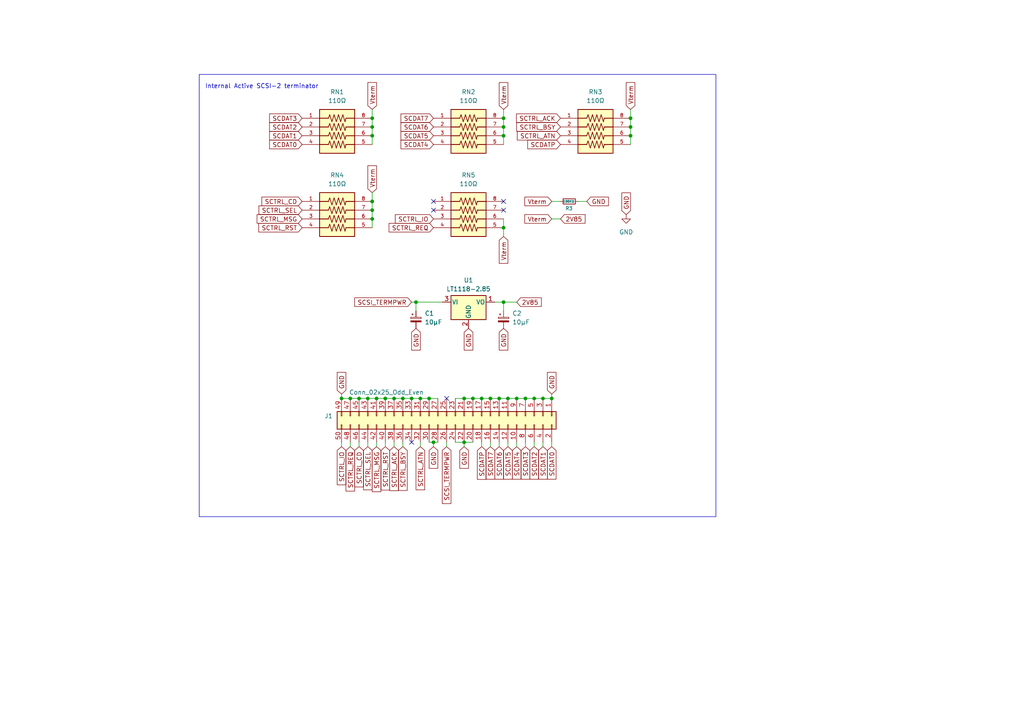
<source format=kicad_sch>
(kicad_sch (version 20250114) (generator "eeschema") (generator_version "9.0")
  (paper "A4")
  (title_block (title "A4092 backpanel PCB") (rev "PROTO0") (company "amiga.technology"))
  (lib_symbols
    (symbol "Connector_Generic:Conn_02x25_Odd_Even" (pin_names (offset 1.016) (hide yes))
      (property "Reference" "J" (at 1.27 33.02 0))
      (property "Value" "Conn_02x25_Odd_Even" (at 1.27 -33.02 0))
      (symbol "Conn_02x25_Odd_Even_1_1"
        (rectangle (start -1.27 31.75) (end 3.81 -31.75) (stroke (width 0.254)) (fill (type background)))
        (rectangle (start -1.27 30.607) (end 0 30.353) (stroke (width 0.1524)))
        (rectangle (start -1.27 28.067) (end 0 27.813) (stroke (width 0.1524)))
        (rectangle (start -1.27 25.527) (end 0 25.273) (stroke (width 0.1524)))
        (rectangle (start -1.27 22.987) (end 0 22.733) (stroke (width 0.1524)))
        (rectangle (start -1.27 20.447) (end 0 20.193) (stroke (width 0.1524)))
        (rectangle (start -1.27 17.907) (end 0 17.653) (stroke (width 0.1524)))
        (rectangle (start -1.27 15.367) (end 0 15.113) (stroke (width 0.1524)))
        (rectangle (start -1.27 12.827) (end 0 12.573) (stroke (width 0.1524)))
        (rectangle (start -1.27 10.287) (end 0 10.033) (stroke (width 0.1524)))
        (rectangle (start -1.27 7.747) (end 0 7.493) (stroke (width 0.1524)))
        (rectangle (start -1.27 5.207) (end 0 4.953) (stroke (width 0.1524)))
        (rectangle (start -1.27 2.667) (end 0 2.413) (stroke (width 0.1524)))
        (rectangle (start -1.27 0.127) (end 0 -0.127) (stroke (width 0.1524)))
        (rectangle (start -1.27 -2.413) (end 0 -2.667) (stroke (width 0.1524)))
        (rectangle (start -1.27 -4.953) (end 0 -5.207) (stroke (width 0.1524)))
        (rectangle (start -1.27 -7.493) (end 0 -7.747) (stroke (width 0.1524)))
        (rectangle (start -1.27 -10.033) (end 0 -10.287) (stroke (width 0.1524)))
        (rectangle (start -1.27 -12.573) (end 0 -12.827) (stroke (width 0.1524)))
        (rectangle (start -1.27 -15.113) (end 0 -15.367) (stroke (width 0.1524)))
        (rectangle (start -1.27 -17.653) (end 0 -17.907) (stroke (width 0.1524)))
        (rectangle (start -1.27 -20.193) (end 0 -20.447) (stroke (width 0.1524)))
        (rectangle (start -1.27 -22.733) (end 0 -22.987) (stroke (width 0.1524)))
        (rectangle (start -1.27 -25.273) (end 0 -25.527) (stroke (width 0.1524)))
        (rectangle (start -1.27 -27.813) (end 0 -28.067) (stroke (width 0.1524)))
        (rectangle (start -1.27 -30.353) (end 0 -30.607) (stroke (width 0.1524)))
        (rectangle (start 3.81 30.607) (end 2.54 30.353) (stroke (width 0.1524)))
        (rectangle (start 3.81 28.067) (end 2.54 27.813) (stroke (width 0.1524)))
        (rectangle (start 3.81 25.527) (end 2.54 25.273) (stroke (width 0.1524)))
        (rectangle (start 3.81 22.987) (end 2.54 22.733) (stroke (width 0.1524)))
        (rectangle (start 3.81 20.447) (end 2.54 20.193) (stroke (width 0.1524)))
        (rectangle (start 3.81 17.907) (end 2.54 17.653) (stroke (width 0.1524)))
        (rectangle (start 3.81 15.367) (end 2.54 15.113) (stroke (width 0.1524)))
        (rectangle (start 3.81 12.827) (end 2.54 12.573) (stroke (width 0.1524)))
        (rectangle (start 3.81 10.287) (end 2.54 10.033) (stroke (width 0.1524)))
        (rectangle (start 3.81 7.747) (end 2.54 7.493) (stroke (width 0.1524)))
        (rectangle (start 3.81 5.207) (end 2.54 4.953) (stroke (width 0.1524)))
        (rectangle (start 3.81 2.667) (end 2.54 2.413) (stroke (width 0.1524)))
        (rectangle (start 3.81 0.127) (end 2.54 -0.127) (stroke (width 0.1524)))
        (rectangle (start 3.81 -2.413) (end 2.54 -2.667) (stroke (width 0.1524)))
        (rectangle (start 3.81 -4.953) (end 2.54 -5.207) (stroke (width 0.1524)))
        (rectangle (start 3.81 -7.493) (end 2.54 -7.747) (stroke (width 0.1524)))
        (rectangle (start 3.81 -10.033) (end 2.54 -10.287) (stroke (width 0.1524)))
        (rectangle (start 3.81 -12.573) (end 2.54 -12.827) (stroke (width 0.1524)))
        (rectangle (start 3.81 -15.113) (end 2.54 -15.367) (stroke (width 0.1524)))
        (rectangle (start 3.81 -17.653) (end 2.54 -17.907) (stroke (width 0.1524)))
        (rectangle (start 3.81 -20.193) (end 2.54 -20.447) (stroke (width 0.1524)))
        (rectangle (start 3.81 -22.733) (end 2.54 -22.987) (stroke (width 0.1524)))
        (rectangle (start 3.81 -25.273) (end 2.54 -25.527) (stroke (width 0.1524)))
        (rectangle (start 3.81 -27.813) (end 2.54 -28.067) (stroke (width 0.1524)))
        (rectangle (start 3.81 -30.353) (end 2.54 -30.607) (stroke (width 0.1524)))
        (pin passive line (at -5.08 30.48 0) (length 3.81) (name "Pin_1") (number "1"))
        (pin passive line (at -5.08 27.94 0) (length 3.81) (name "Pin_3") (number "3"))
        (pin passive line (at -5.08 25.4 0) (length 3.81) (name "Pin_5") (number "5"))
        (pin passive line (at -5.08 22.86 0) (length 3.81) (name "Pin_7") (number "7"))
        (pin passive line (at -5.08 20.32 0) (length 3.81) (name "Pin_9") (number "9"))
        (pin passive line (at -5.08 17.78 0) (length 3.81) (name "Pin_11") (number "11"))
        (pin passive line (at -5.08 15.24 0) (length 3.81) (name "Pin_13") (number "13"))
        (pin passive line (at -5.08 12.7 0) (length 3.81) (name "Pin_15") (number "15"))
        (pin passive line (at -5.08 10.16 0) (length 3.81) (name "Pin_17") (number "17"))
        (pin passive line (at -5.08 7.62 0) (length 3.81) (name "Pin_19") (number "19"))
        (pin passive line (at -5.08 5.08 0) (length 3.81) (name "Pin_21") (number "21"))
        (pin passive line (at -5.08 2.54 0) (length 3.81) (name "Pin_23") (number "23"))
        (pin passive line (at -5.08 0 0) (length 3.81) (name "Pin_25") (number "25"))
        (pin passive line (at -5.08 -2.54 0) (length 3.81) (name "Pin_27") (number "27"))
        (pin passive line (at -5.08 -5.08 0) (length 3.81) (name "Pin_29") (number "29"))
        (pin passive line (at -5.08 -7.62 0) (length 3.81) (name "Pin_31") (number "31"))
        (pin passive line (at -5.08 -10.16 0) (length 3.81) (name "Pin_33") (number "33"))
        (pin passive line (at -5.08 -12.7 0) (length 3.81) (name "Pin_35") (number "35"))
        (pin passive line (at -5.08 -15.24 0) (length 3.81) (name "Pin_37") (number "37"))
        (pin passive line (at -5.08 -17.78 0) (length 3.81) (name "Pin_39") (number "39"))
        (pin passive line (at -5.08 -20.32 0) (length 3.81) (name "Pin_41") (number "41"))
        (pin passive line (at -5.08 -22.86 0) (length 3.81) (name "Pin_43") (number "43"))
        (pin passive line (at -5.08 -25.4 0) (length 3.81) (name "Pin_45") (number "45"))
        (pin passive line (at -5.08 -27.94 0) (length 3.81) (name "Pin_47") (number "47"))
        (pin passive line (at -5.08 -30.48 0) (length 3.81) (name "Pin_49") (number "49"))
        (pin passive line (at 7.62 30.48 180) (length 3.81) (name "Pin_2") (number "2"))
        (pin passive line (at 7.62 27.94 180) (length 3.81) (name "Pin_4") (number "4"))
        (pin passive line (at 7.62 25.4 180) (length 3.81) (name "Pin_6") (number "6"))
        (pin passive line (at 7.62 22.86 180) (length 3.81) (name "Pin_8") (number "8"))
        (pin passive line (at 7.62 20.32 180) (length 3.81) (name "Pin_10") (number "10"))
        (pin passive line (at 7.62 17.78 180) (length 3.81) (name "Pin_12") (number "12"))
        (pin passive line (at 7.62 15.24 180) (length 3.81) (name "Pin_14") (number "14"))
        (pin passive line (at 7.62 12.7 180) (length 3.81) (name "Pin_16") (number "16"))
        (pin passive line (at 7.62 10.16 180) (length 3.81) (name "Pin_18") (number "18"))
        (pin passive line (at 7.62 7.62 180) (length 3.81) (name "Pin_20") (number "20"))
        (pin passive line (at 7.62 5.08 180) (length 3.81) (name "Pin_22") (number "22"))
        (pin passive line (at 7.62 2.54 180) (length 3.81) (name "Pin_24") (number "24"))
        (pin passive line (at 7.62 0 180) (length 3.81) (name "Pin_26") (number "26"))
        (pin passive line (at 7.62 -2.54 180) (length 3.81) (name "Pin_28") (number "28"))
        (pin passive line (at 7.62 -5.08 180) (length 3.81) (name "Pin_30") (number "30"))
        (pin passive line (at 7.62 -7.62 180) (length 3.81) (name "Pin_32") (number "32"))
        (pin passive line (at 7.62 -10.16 180) (length 3.81) (name "Pin_34") (number "34"))
        (pin passive line (at 7.62 -12.7 180) (length 3.81) (name "Pin_36") (number "36"))
        (pin passive line (at 7.62 -15.24 180) (length 3.81) (name "Pin_38") (number "38"))
        (pin passive line (at 7.62 -17.78 180) (length 3.81) (name "Pin_40") (number "40"))
        (pin passive line (at 7.62 -20.32 180) (length 3.81) (name "Pin_42") (number "42"))
        (pin passive line (at 7.62 -22.86 180) (length 3.81) (name "Pin_44") (number "44"))
        (pin passive line (at 7.62 -25.4 180) (length 3.81) (name "Pin_46") (number "46"))
        (pin passive line (at 7.62 -27.94 180) (length 3.81) (name "Pin_48") (number "48"))
        (pin passive line (at 7.62 -30.48 180) (length 3.81) (name "Pin_50") (number "50"))
      )
    )
    (symbol "Device:C_Polarized_Small" (pin_numbers (hide yes)) (pin_names (offset 0.254) (hide yes))
      (property "Reference" "C" (at 0.254 1.778 0))
      (property "Value" "C_Polarized_Small" (at 0.254 -2.032 0))
      (symbol "C_Polarized_Small_0_1"
        (rectangle (start -1.524 0.6858) (end 1.524 0.3048))
        (rectangle (start -1.524 -0.3048) (end 1.524 -0.6858) (fill (type outline)))
        (polyline (pts (xy -1.27 1.524) (xy -0.762 1.524)))
        (polyline (pts (xy -1.016 1.27) (xy -1.016 1.778)))
      )
      (symbol "C_Polarized_Small_1_1"
        (pin passive line (at 0 2.54 270) (length 1.8542) (name "~") (number "1"))
        (pin passive line (at 0 -2.54 90) (length 1.8542) (name "~") (number "2"))
      )
    )
    (symbol "Device:R_Small" (pin_numbers (hide yes)) (pin_names (offset 0.254) (hide yes))
      (property "Reference" "R" (at 0 0 90))
      (property "Value" "R_Small" (at 1.778 0 90))
      (symbol "R_Small_0_1"
        (rectangle (start -0.762 1.778) (end 0.762 -1.778) (stroke (width 0.2032)))
      )
      (symbol "R_Small_1_1"
        (pin passive line (at 0 2.54 270) (length 0.762) (name "~") (number "1"))
        (pin passive line (at 0 -2.54 90) (length 0.762) (name "~") (number "2"))
      )
    )
    (symbol "LT1118:LT1118-2.85" (pin_names (offset 0.254))
      (property "Reference" "U" (at -3.81 3.175 0))
      (property "Value" "LT1118-2.85" (at 0 3.175 0))
      (symbol "LT1118-2.85_0_1"
        (rectangle (start -5.08 1.905) (end 5.08 -5.08) (stroke (width 0.254)) (fill (type background)))
      )
      (symbol "LT1118-2.85_1_1"
        (pin power_in line (at -7.62 0 0) (length 2.54) (name "VI") (number "3"))
        (pin input line (at 0 -7.62 90) (length 2.54) (name "GND") (number "2"))
        (pin power_out line (at 7.62 0 180) (length 2.54) (name "VO") (number "1"))
      )
    )
    (symbol "YC324-FK-071KL:YC324-FK-071KL" (pin_names (offset 1.016))
      (property "Reference" "R" (at -5.08 8.128 0))
      (property "Value" "YC324-FK-071KL" (at -5.08 -7.62 0))
      (symbol "YC324-FK-071KL_0_0"
        (rectangle (start -5.08 -5.08) (end 5.08 7.62) (stroke (width 0.254)) (fill (type background)))
        (polyline (pts (xy -2.54 5.08) (xy -5.08 5.08)) (stroke (width 0.254)))
        (polyline (pts (xy -2.54 5.08) (xy -2.159 6.096)) (stroke (width 0.2032)))
        (polyline (pts (xy -2.54 2.54) (xy -5.08 2.54)) (stroke (width 0.254)))
        (polyline (pts (xy -2.54 2.54) (xy -2.159 3.556)) (stroke (width 0.2032)))
        (polyline (pts (xy -2.54 0) (xy -5.08 0)) (stroke (width 0.254)))
        (polyline (pts (xy -2.54 0) (xy -2.159 1.016)) (stroke (width 0.2032)))
        (polyline (pts (xy -2.54 -2.54) (xy -5.08 -2.54)) (stroke (width 0.254)))
        (polyline (pts (xy -2.54 -2.54) (xy -2.159 -1.524)) (stroke (width 0.2032)))
        (polyline (pts (xy -2.159 6.096) (xy -1.524 4.064)) (stroke (width 0.2032)))
        (polyline (pts (xy -2.159 3.556) (xy -1.524 1.524)) (stroke (width 0.2032)))
        (polyline (pts (xy -2.159 1.016) (xy -1.524 -1.016)) (stroke (width 0.2032)))
        (polyline (pts (xy -2.159 -1.524) (xy -1.524 -3.556)) (stroke (width 0.2032)))
        (polyline (pts (xy -1.524 4.064) (xy -0.889 6.096)) (stroke (width 0.2032)))
        (polyline (pts (xy -1.524 1.524) (xy -0.889 3.556)) (stroke (width 0.2032)))
        (polyline (pts (xy -1.524 -1.016) (xy -0.889 1.016)) (stroke (width 0.2032)))
        (polyline (pts (xy -1.524 -3.556) (xy -0.889 -1.524)) (stroke (width 0.2032)))
        (polyline (pts (xy -0.889 6.096) (xy -0.254 4.064)) (stroke (width 0.2032)))
        (polyline (pts (xy -0.889 3.556) (xy -0.254 1.524)) (stroke (width 0.2032)))
        (polyline (pts (xy -0.889 1.016) (xy -0.254 -1.016)) (stroke (width 0.2032)))
        (polyline (pts (xy -0.889 -1.524) (xy -0.254 -3.556)) (stroke (width 0.2032)))
        (polyline (pts (xy -0.254 4.064) (xy 0.381 6.096)) (stroke (width 0.2032)))
        (polyline (pts (xy -0.254 1.524) (xy 0.381 3.556)) (stroke (width 0.2032)))
        (polyline (pts (xy -0.254 -1.016) (xy 0.381 1.016)) (stroke (width 0.2032)))
        (polyline (pts (xy -0.254 -3.556) (xy 0.381 -1.524)) (stroke (width 0.2032)))
        (polyline (pts (xy 0.381 6.096) (xy 1.016 4.064)) (stroke (width 0.2032)))
        (polyline (pts (xy 0.381 3.556) (xy 1.016 1.524)) (stroke (width 0.2032)))
        (polyline (pts (xy 0.381 1.016) (xy 1.016 -1.016)) (stroke (width 0.2032)))
        (polyline (pts (xy 0.381 -1.524) (xy 1.016 -3.556)) (stroke (width 0.2032)))
        (polyline (pts (xy 1.016 4.064) (xy 1.651 6.096)) (stroke (width 0.2032)))
        (polyline (pts (xy 1.016 1.524) (xy 1.651 3.556)) (stroke (width 0.2032)))
        (polyline (pts (xy 1.016 -1.016) (xy 1.651 1.016)) (stroke (width 0.2032)))
        (polyline (pts (xy 1.016 -3.556) (xy 1.651 -1.524)) (stroke (width 0.2032)))
        (polyline (pts (xy 1.651 6.096) (xy 2.286 4.064)) (stroke (width 0.2032)))
        (polyline (pts (xy 1.651 3.556) (xy 2.286 1.524)) (stroke (width 0.2032)))
        (polyline (pts (xy 1.651 1.016) (xy 2.286 -1.016)) (stroke (width 0.2032)))
        (polyline (pts (xy 1.651 -1.524) (xy 2.286 -3.556)) (stroke (width 0.2032)))
        (polyline (pts (xy 2.286 4.064) (xy 2.54 5.08)) (stroke (width 0.2032)))
        (polyline (pts (xy 2.286 1.524) (xy 2.54 2.54)) (stroke (width 0.2032)))
        (polyline (pts (xy 2.286 -1.016) (xy 2.54 0)) (stroke (width 0.2032)))
        (polyline (pts (xy 2.286 -3.556) (xy 2.54 -2.54)) (stroke (width 0.2032)))
        (polyline (pts (xy 5.08 5.08) (xy 2.54 5.08)) (stroke (width 0.254)))
        (polyline (pts (xy 5.08 2.54) (xy 2.54 2.54)) (stroke (width 0.254)))
        (polyline (pts (xy 5.08 0) (xy 2.54 0)) (stroke (width 0.254)))
        (polyline (pts (xy 5.08 -2.54) (xy 2.54 -2.54)) (stroke (width 0.254)))
        (pin passive line (at -10.16 5.08 0) (length 5.08) (name "~") (number "1"))
        (pin passive line (at -10.16 2.54 0) (length 5.08) (name "~") (number "2"))
        (pin passive line (at -10.16 0 0) (length 5.08) (name "~") (number "3"))
        (pin passive line (at -10.16 -2.54 0) (length 5.08) (name "~") (number "4"))
        (pin passive line (at 10.16 5.08 180) (length 5.08) (name "~") (number "8"))
        (pin passive line (at 10.16 2.54 180) (length 5.08) (name "~") (number "7"))
        (pin passive line (at 10.16 0 180) (length 5.08) (name "~") (number "6"))
        (pin passive line (at 10.16 -2.54 180) (length 5.08) (name "~") (number "5"))
      )
    )
    (symbol "power:GND" (power) (pin_numbers (hide yes)) (pin_names (offset 0) (hide yes))
      (property "Value" "GND" (at 0 -3.81 0))
      (symbol "GND_0_1"
        (polyline (pts (xy 0 0) (xy 0 -1.27) (xy 1.27 -1.27) (xy 0 -2.54) (xy -1.27 -1.27) (xy 0 -1.27)))
      )
      (symbol "GND_1_1"
        (pin power_in line (at 0 0 270) (length 0) (name "~") (number "1"))
      )
    )
  )
  (rectangle (start 57.785 21.59) (end 207.645 149.86))
  (text "Internal Active SCSI-2 terminator" (at 75.946 25.146 0) (effects (font (size 1.27 1.27))))
  (junction (at 157.48 115.57))
  (junction (at 116.84 115.57))
  (junction (at 144.78 115.57))
  (junction (at 142.24 115.57))
  (junction (at 109.22 115.57))
  (junction (at 114.3 115.57))
  (junction (at 154.94 115.57))
  (junction (at 124.46 115.57))
  (junction (at 137.16 115.57))
  (junction (at 147.32 115.57))
  (junction (at 134.62 128.27))
  (junction (at 107.95 39.37))
  (junction (at 146.05 39.37))
  (junction (at 134.62 115.57))
  (junction (at 104.14 115.57))
  (junction (at 146.05 34.29))
  (junction (at 146.05 87.63))
  (junction (at 146.05 66.04))
  (junction (at 111.76 115.57))
  (junction (at 107.95 60.96))
  (junction (at 182.88 36.83))
  (junction (at 121.92 115.57))
  (junction (at 182.88 39.37))
  (junction (at 152.4 115.57))
  (junction (at 107.95 58.42))
  (junction (at 107.95 34.29))
  (junction (at 107.95 63.5))
  (junction (at 182.88 34.29))
  (junction (at 139.7 115.57))
  (junction (at 160.02 115.57))
  (junction (at 125.73 128.27))
  (junction (at 120.65 87.63))
  (junction (at 106.68 115.57))
  (junction (at 99.06 115.57))
  (junction (at 119.38 115.57))
  (junction (at 146.05 36.83))
  (junction (at 101.6 115.57))
  (junction (at 107.95 36.83))
  (junction (at 149.86 115.57))
  (no_connect (at 125.73 58.42))
  (no_connect (at 146.05 60.96))
  (no_connect (at 129.54 115.57))
  (no_connect (at 125.73 60.96))
  (no_connect (at 119.38 128.27))
  (no_connect (at 146.05 58.42))
  (wire (pts (xy 129.54 129.54) (xy 129.54 128.27)))
  (wire (pts (xy 182.88 34.29) (xy 182.88 36.83)))
  (wire (pts (xy 107.95 58.42) (xy 107.95 60.96)))
  (wire (pts (xy 106.68 115.57) (xy 109.22 115.57)))
  (wire (pts (xy 144.78 115.57) (xy 147.32 115.57)))
  (wire (pts (xy 120.65 90.17) (xy 120.65 87.63)))
  (wire (pts (xy 147.32 129.54) (xy 147.32 128.27)))
  (wire (pts (xy 182.88 39.37) (xy 182.88 41.91)))
  (wire (pts (xy 139.7 128.27) (xy 139.7 129.54)))
  (wire (pts (xy 104.14 128.27) (xy 104.14 129.54)))
  (wire (pts (xy 111.76 128.27) (xy 111.76 129.54)))
  (wire (pts (xy 147.32 115.57) (xy 149.86 115.57)))
  (wire (pts (xy 120.65 87.63) (xy 128.27 87.63)))
  (wire (pts (xy 146.05 68.58) (xy 146.05 66.04)))
  (wire (pts (xy 119.38 87.63) (xy 120.65 87.63)))
  (wire (pts (xy 146.05 66.04) (xy 146.05 63.5)))
  (wire (pts (xy 107.95 34.29) (xy 107.95 36.83)))
  (wire (pts (xy 146.05 31.75) (xy 146.05 34.29)))
  (wire (pts (xy 99.06 114.3) (xy 99.06 115.57)))
  (wire (pts (xy 134.62 128.27) (xy 137.16 128.27)))
  (wire (pts (xy 134.62 128.27) (xy 134.62 129.54)))
  (wire (pts (xy 109.22 128.27) (xy 109.22 129.54)))
  (wire (pts (xy 101.6 128.27) (xy 101.6 129.54)))
  (wire (pts (xy 154.94 115.57) (xy 157.48 115.57)))
  (wire (pts (xy 152.4 115.57) (xy 154.94 115.57)))
  (wire (pts (xy 124.46 128.27) (xy 125.73 128.27)))
  (wire (pts (xy 106.68 128.27) (xy 106.68 129.54)))
  (wire (pts (xy 146.05 39.37) (xy 146.05 41.91)))
  (wire (pts (xy 182.88 36.83) (xy 182.88 39.37)))
  (wire (pts (xy 170.18 58.42) (xy 167.64 58.42)))
  (wire (pts (xy 107.95 36.83) (xy 107.95 39.37)))
  (wire (pts (xy 116.84 128.27) (xy 116.84 129.54)))
  (wire (pts (xy 149.86 87.63) (xy 146.05 87.63)))
  (wire (pts (xy 134.62 115.57) (xy 137.16 115.57)))
  (wire (pts (xy 121.92 115.57) (xy 124.46 115.57)))
  (wire (pts (xy 160.02 128.27) (xy 160.02 129.54)))
  (wire (pts (xy 124.46 115.57) (xy 127 115.57)))
  (wire (pts (xy 121.92 128.27) (xy 121.92 129.54)))
  (wire (pts (xy 119.38 115.57) (xy 121.92 115.57)))
  (wire (pts (xy 104.14 115.57) (xy 106.68 115.57)))
  (wire (pts (xy 107.95 55.88) (xy 107.95 58.42)))
  (wire (pts (xy 146.05 34.29) (xy 146.05 36.83)))
  (wire (pts (xy 99.06 128.27) (xy 99.06 129.54)))
  (wire (pts (xy 107.95 31.75) (xy 107.95 34.29)))
  (wire (pts (xy 149.86 115.57) (xy 152.4 115.57)))
  (wire (pts (xy 132.08 115.57) (xy 134.62 115.57)))
  (wire (pts (xy 157.48 115.57) (xy 160.02 115.57)))
  (wire (pts (xy 152.4 128.27) (xy 152.4 129.54)))
  (wire (pts (xy 182.88 31.75) (xy 182.88 34.29)))
  (wire (pts (xy 162.56 63.5) (xy 160.02 63.5)))
  (wire (pts (xy 157.48 128.27) (xy 157.48 129.54)))
  (wire (pts (xy 114.3 115.57) (xy 116.84 115.57)))
  (wire (pts (xy 162.56 58.42) (xy 160.02 58.42)))
  (wire (pts (xy 146.05 36.83) (xy 146.05 39.37)))
  (wire (pts (xy 142.24 128.27) (xy 142.24 129.54)))
  (wire (pts (xy 116.84 115.57) (xy 119.38 115.57)))
  (wire (pts (xy 111.76 115.57) (xy 114.3 115.57)))
  (wire (pts (xy 125.73 128.27) (xy 127 128.27)))
  (wire (pts (xy 107.95 63.5) (xy 107.95 66.04)))
  (wire (pts (xy 125.73 128.27) (xy 125.73 129.54)))
  (wire (pts (xy 109.22 115.57) (xy 111.76 115.57)))
  (wire (pts (xy 114.3 128.27) (xy 114.3 129.54)))
  (wire (pts (xy 142.24 115.57) (xy 144.78 115.57)))
  (wire (pts (xy 154.94 128.27) (xy 154.94 129.54)))
  (wire (pts (xy 107.95 39.37) (xy 107.95 41.91)))
  (wire (pts (xy 137.16 115.57) (xy 139.7 115.57)))
  (wire (pts (xy 99.06 115.57) (xy 101.6 115.57)))
  (wire (pts (xy 143.51 87.63) (xy 146.05 87.63)))
  (wire (pts (xy 144.78 128.27) (xy 144.78 129.54)))
  (wire (pts (xy 101.6 115.57) (xy 104.14 115.57)))
  (wire (pts (xy 146.05 90.17) (xy 146.05 87.63)))
  (wire (pts (xy 107.95 60.96) (xy 107.95 63.5)))
  (wire (pts (xy 132.08 128.27) (xy 134.62 128.27)))
  (wire (pts (xy 160.02 114.3) (xy 160.02 115.57)))
  (wire (pts (xy 139.7 115.57) (xy 142.24 115.57)))
  (wire (pts (xy 149.86 128.27) (xy 149.86 129.54)))
  (global_label "SCTRL_CD" (shape input) (at 104.14 129.54 270) (property "Intersheetrefs" "${INTERSHEET_REFS}" (effects (hide yes))))
  (global_label "Vterm" (shape input) (at 182.88 31.75 90) (property "Intersheetrefs" "${INTERSHEET_REFS}" (effects (hide yes))))
  (global_label "GND" (shape input) (at 160.02 114.3 90) (property "Intersheetrefs" "${INTERSHEET_REFS}" (effects (hide yes))))
  (global_label "SCTRL_MSG" (shape input) (at 109.22 129.54 270) (property "Intersheetrefs" "${INTERSHEET_REFS}" (effects (hide yes))))
  (global_label "SCTRL_MSG" (shape input) (at 87.63 63.5 180) (property "Intersheetrefs" "${INTERSHEET_REFS}" (effects (hide yes))))
  (global_label "SCDAT6" (shape input) (at 144.78 129.54 270) (property "Intersheetrefs" "${INTERSHEET_REFS}" (effects (hide yes))))
  (global_label "SCDAT0" (shape input) (at 160.02 129.54 270) (property "Intersheetrefs" "${INTERSHEET_REFS}" (effects (hide yes))))
  (global_label "GND" (shape input) (at 134.62 129.54 270) (property "Intersheetrefs" "${INTERSHEET_REFS}" (effects (hide yes))))
  (global_label "GND" (shape input) (at 135.89 95.25 270) (property "Intersheetrefs" "${INTERSHEET_REFS}" (effects (hide yes))))
  (global_label "GND" (shape input) (at 146.05 95.25 270) (property "Intersheetrefs" "${INTERSHEET_REFS}" (effects (hide yes))))
  (global_label "SCTRL_IO" (shape input) (at 125.73 63.5 180) (property "Intersheetrefs" "${INTERSHEET_REFS}" (effects (hide yes))))
  (global_label "SCTRL_CD" (shape input) (at 87.63 58.42 180) (property "Intersheetrefs" "${INTERSHEET_REFS}" (effects (hide yes))))
  (global_label "GND" (shape input) (at 170.18 58.42 0) (property "Intersheetrefs" "${INTERSHEET_REFS}" (effects (hide yes))))
  (global_label "SCSI_TERMPWR" (shape input) (at 119.38 87.63 180) (property "Intersheetrefs" "${INTERSHEET_REFS}" (effects (hide yes))))
  (global_label "SCDAT1" (shape input) (at 157.48 129.54 270) (property "Intersheetrefs" "${INTERSHEET_REFS}" (effects (hide yes))))
  (global_label "2V85" (shape input) (at 149.86 87.63 0) (property "Intersheetrefs" "${INTERSHEET_REFS}" (effects (hide yes))))
  (global_label "SCTRL_ACK" (shape input) (at 114.3 129.54 270) (property "Intersheetrefs" "${INTERSHEET_REFS}" (effects (hide yes))))
  (global_label "SCTRL_SEL" (shape input) (at 87.63 60.96 180) (property "Intersheetrefs" "${INTERSHEET_REFS}" (effects (hide yes))))
  (global_label "SCDAT1" (shape input) (at 87.63 39.37 180) (property "Intersheetrefs" "${INTERSHEET_REFS}" (effects (hide yes))))
  (global_label "SCDAT0" (shape input) (at 87.63 41.91 180) (property "Intersheetrefs" "${INTERSHEET_REFS}" (effects (hide yes))))
  (global_label "SCDAT4" (shape input) (at 125.73 41.91 180) (property "Intersheetrefs" "${INTERSHEET_REFS}" (effects (hide yes))))
  (global_label "GND" (shape input) (at 125.73 129.54 270) (property "Intersheetrefs" "${INTERSHEET_REFS}" (effects (hide yes))))
  (global_label "SCTRL_ACK" (shape input) (at 162.56 34.29 180) (property "Intersheetrefs" "${INTERSHEET_REFS}" (effects (hide yes))))
  (global_label "Vterm" (shape input) (at 160.02 58.42 180) (property "Intersheetrefs" "${INTERSHEET_REFS}" (effects (hide yes))))
  (global_label "SCTRL_RST" (shape input) (at 111.76 129.54 270) (property "Intersheetrefs" "${INTERSHEET_REFS}" (effects (hide yes))))
  (global_label "SCSI_TERMPWR" (shape input) (at 129.54 129.54 270) (property "Intersheetrefs" "${INTERSHEET_REFS}" (effects (hide yes))))
  (global_label "Vterm" (shape input) (at 146.05 68.58 270) (property "Intersheetrefs" "${INTERSHEET_REFS}" (effects (hide yes))))
  (global_label "SCDAT5" (shape input) (at 147.32 129.54 270) (property "Intersheetrefs" "${INTERSHEET_REFS}" (effects (hide yes))))
  (global_label "SCTRL_ATN" (shape input) (at 162.56 39.37 180) (property "Intersheetrefs" "${INTERSHEET_REFS}" (effects (hide yes))))
  (global_label "Vterm" (shape input) (at 160.02 63.5 180) (property "Intersheetrefs" "${INTERSHEET_REFS}" (effects (hide yes))))
  (global_label "SCTRL_ATN" (shape input) (at 121.92 129.54 270) (property "Intersheetrefs" "${INTERSHEET_REFS}" (effects (hide yes))))
  (global_label "SCTRL_REQ" (shape input) (at 125.73 66.04 180) (property "Intersheetrefs" "${INTERSHEET_REFS}" (effects (hide yes))))
  (global_label "SCTRL_REQ" (shape input) (at 101.6 129.54 270) (property "Intersheetrefs" "${INTERSHEET_REFS}" (effects (hide yes))))
  (global_label "Vterm" (shape input) (at 107.95 31.75 90) (property "Intersheetrefs" "${INTERSHEET_REFS}" (effects (hide yes))))
  (global_label "SCDAT2" (shape input) (at 154.94 129.54 270) (property "Intersheetrefs" "${INTERSHEET_REFS}" (effects (hide yes))))
  (global_label "SCDAT5" (shape input) (at 125.73 39.37 180) (property "Intersheetrefs" "${INTERSHEET_REFS}" (effects (hide yes))))
  (global_label "GND" (shape input) (at 181.61 62.23 90) (property "Intersheetrefs" "${INTERSHEET_REFS}" (effects (hide yes))))
  (global_label "SCTRL_SEL" (shape input) (at 106.68 129.54 270) (property "Intersheetrefs" "${INTERSHEET_REFS}" (effects (hide yes))))
  (global_label "Vterm" (shape input) (at 146.05 31.75 90) (property "Intersheetrefs" "${INTERSHEET_REFS}" (effects (hide yes))))
  (global_label "SCTRL_IO" (shape input) (at 99.06 129.54 270) (property "Intersheetrefs" "${INTERSHEET_REFS}" (effects (hide yes))))
  (global_label "GND" (shape input) (at 120.65 95.25 270) (property "Intersheetrefs" "${INTERSHEET_REFS}" (effects (hide yes))))
  (global_label "SCDATP" (shape input) (at 162.56 41.91 180) (property "Intersheetrefs" "${INTERSHEET_REFS}" (effects (hide yes))))
  (global_label "SCDAT7" (shape input) (at 125.73 34.29 180) (property "Intersheetrefs" "${INTERSHEET_REFS}" (effects (hide yes))))
  (global_label "SCDAT3" (shape input) (at 87.63 34.29 180) (property "Intersheetrefs" "${INTERSHEET_REFS}" (effects (hide yes))))
  (global_label "SCDAT3" (shape input) (at 152.4 129.54 270) (property "Intersheetrefs" "${INTERSHEET_REFS}" (effects (hide yes))))
  (global_label "SCDAT7" (shape input) (at 142.24 129.54 270) (property "Intersheetrefs" "${INTERSHEET_REFS}" (effects (hide yes))))
  (global_label "SCTRL_BSY" (shape input) (at 162.56 36.83 180) (property "Intersheetrefs" "${INTERSHEET_REFS}" (effects (hide yes))))
  (global_label "2V85" (shape input) (at 162.56 63.5 0) (property "Intersheetrefs" "${INTERSHEET_REFS}" (effects (hide yes))))
  (global_label "SCDAT4" (shape input) (at 149.86 129.54 270) (property "Intersheetrefs" "${INTERSHEET_REFS}" (effects (hide yes))))
  (global_label "SCDAT2" (shape input) (at 87.63 36.83 180) (property "Intersheetrefs" "${INTERSHEET_REFS}" (effects (hide yes))))
  (global_label "SCDATP" (shape input) (at 139.7 129.54 270) (property "Intersheetrefs" "${INTERSHEET_REFS}" (effects (hide yes))))
  (global_label "Vterm" (shape input) (at 107.95 55.88 90) (property "Intersheetrefs" "${INTERSHEET_REFS}" (effects (hide yes))))
  (global_label "SCTRL_BSY" (shape input) (at 116.84 129.54 270) (property "Intersheetrefs" "${INTERSHEET_REFS}" (effects (hide yes))))
  (global_label "GND" (shape input) (at 99.06 114.3 90) (property "Intersheetrefs" "${INTERSHEET_REFS}" (effects (hide yes))))
  (global_label "SCTRL_RST" (shape input) (at 87.63 66.04 180) (property "Intersheetrefs" "${INTERSHEET_REFS}" (effects (hide yes))))
  (global_label "SCDAT6" (shape input) (at 125.73 36.83 180) (property "Intersheetrefs" "${INTERSHEET_REFS}" (effects (hide yes))))
  (symbol (lib_id "YC324-FK-071KL:YC324-FK-071KL") (at 135.89 39.37 0) (unit 1)
    (property "Reference" "RN2" (at 135.89 26.67 0))
    (property "Value" "110Ω" (at 135.89 29.21 0))
    (property "Footprint" "CAY16_102J4LF:BO_CAY16" (effects (hide yes)))
    (property "MAXIMUM_PACKAGE_HEIGHT" "0.7 mm" (effects (hide yes)))
    (property "PARTREV" "V.9" (effects (hide yes)))
    (property "MANUFACTURER" "Yageo" (effects (hide yes)))
    (property "SNAPEDA_PACKAGE_ID" "22941" (effects (hide yes)))
    (property "STANDARD" "IPC 7351B" (effects (hide yes)))
    (property "LCSC Part #" "C474279" (effects (hide yes)))
  )
  (symbol (lib_id "YC324-FK-071KL:YC324-FK-071KL") (at 97.79 63.5 0) (unit 1)
    (property "Reference" "RN4" (at 97.79 50.8 0))
    (property "Value" "110Ω" (at 97.79 53.34 0))
    (property "Footprint" "CAY16_102J4LF:BO_CAY16" (effects (hide yes)))
    (property "MAXIMUM_PACKAGE_HEIGHT" "0.7 mm" (effects (hide yes)))
    (property "PARTREV" "V.9" (effects (hide yes)))
    (property "MANUFACTURER" "Yageo" (effects (hide yes)))
    (property "SNAPEDA_PACKAGE_ID" "22941" (effects (hide yes)))
    (property "STANDARD" "IPC 7351B" (effects (hide yes)))
    (property "LCSC Part #" "C474279" (effects (hide yes)))
  )
  (symbol (lib_id "YC324-FK-071KL:YC324-FK-071KL") (at 135.89 63.5 0) (unit 1)
    (property "Reference" "RN5" (at 135.89 50.8 0))
    (property "Value" "110Ω" (at 135.89 53.34 0))
    (property "Footprint" "CAY16_102J4LF:BO_CAY16" (effects (hide yes)))
    (property "MAXIMUM_PACKAGE_HEIGHT" "0.7 mm" (effects (hide yes)))
    (property "PARTREV" "V.9" (effects (hide yes)))
    (property "MANUFACTURER" "Yageo" (effects (hide yes)))
    (property "SNAPEDA_PACKAGE_ID" "22941" (effects (hide yes)))
    (property "STANDARD" "IPC 7351B" (effects (hide yes)))
    (property "LCSC Part #" "C474279" (effects (hide yes)))
  )
  (symbol (lib_id "LT1118:LT1118-2.85") (at 135.89 87.63 0) (unit 1)
    (property "Reference" "U1" (at 135.89 81.28 0))
    (property "Value" "LT1118-2.85" (at 135.89 83.82 0))
    (property "Footprint" "Package_TO_SOT_SMD:SOT-223-3_TabPin2" (effects (hide yes)))
    (property "Datasheet" "http://www.advanced-monolithic.com/pdf/ds1117.pdf" (effects (hide yes)))
    (property "Description" "1A Low Dropout regulator, positive, adjustable output, TO-252" (effects (hide yes)))
    (property "LCSC Part #" "C2870974" (effects (hide yes)))
  )
  (symbol (lib_id "Device:C_Polarized_Small") (at 120.65 92.71 0) (unit 1)
    (property "Reference" "C1" (at 123.19 90.8938 0) (effects (justify left)))
    (property "Value" "10μF" (at 123.19 93.4338 0) (effects (justify left)))
    (property "Footprint" "Capacitor_Tantalum_SMD:CP_EIA-2012-12_Kemet-R" (effects (hide yes)))
    (property "Description" "Polarized capacitor, small symbol" (effects (hide yes)))
    (property "LCSC Part #" " C7171" (effects (hide yes)))
  )
  (symbol (lib_id "YC324-FK-071KL:YC324-FK-071KL") (at 172.72 39.37 0) (unit 1)
    (property "Reference" "RN3" (at 172.72 26.67 0))
    (property "Value" "110Ω" (at 172.72 29.21 0))
    (property "Footprint" "CAY16_102J4LF:BO_CAY16" (effects (hide yes)))
    (property "MAXIMUM_PACKAGE_HEIGHT" "0.7 mm" (effects (hide yes)))
    (property "PARTREV" "V.9" (effects (hide yes)))
    (property "MANUFACTURER" "Yageo" (effects (hide yes)))
    (property "SNAPEDA_PACKAGE_ID" "22941" (effects (hide yes)))
    (property "STANDARD" "IPC 7351B" (effects (hide yes)))
    (property "LCSC Part #" "C474279" (effects (hide yes)))
  )
  (symbol (lib_id "YC324-FK-071KL:YC324-FK-071KL") (at 97.79 39.37 0) (unit 1)
    (property "Reference" "RN1" (at 97.79 26.67 0))
    (property "Value" "110Ω" (at 97.79 29.21 0))
    (property "Footprint" "CAY16_102J4LF:BO_CAY16" (effects (hide yes)))
    (property "MAXIMUM_PACKAGE_HEIGHT" "0.7 mm" (effects (hide yes)))
    (property "PARTREV" "V.9" (effects (hide yes)))
    (property "MANUFACTURER" "Yageo" (effects (hide yes)))
    (property "SNAPEDA_PACKAGE_ID" "22941" (effects (hide yes)))
    (property "STANDARD" "IPC 7351B" (effects (hide yes)))
    (property "LCSC Part #" "C474279" (effects (hide yes)))
  )
  (symbol (lib_id "Device:R_Small") (at 165.1 58.42 270) (unit 1)
    (property "Reference" "R3" (at 166.116 60.452 90) (effects (font (size 1.016 1.016)) (justify right)))
    (property "Value" "100KΩ" (at 166.624 58.42 90) (effects (font (size 0.635 0.635)) (justify right)))
    (property "Footprint" "Resistor_SMD:R_0603_1608Metric" (effects (hide yes)))
    (property "Description" "Resistor, small symbol" (effects (hide yes)))
    (property "LCSC Part #" "C25803" (effects (hide yes)))
  )
  (symbol (lib_id "Device:C_Polarized_Small") (at 146.05 92.71 0) (unit 1)
    (property "Reference" "C2" (at 148.59 90.8938 0) (effects (justify left)))
    (property "Value" "10μF" (at 148.59 93.4338 0) (effects (justify left)))
    (property "Footprint" "Capacitor_Tantalum_SMD:CP_EIA-2012-12_Kemet-R" (effects (hide yes)))
    (property "Description" "Polarized capacitor, small symbol" (effects (hide yes)))
    (property "LCSC Part #" " C7171" (effects (hide yes)))
  )
  (symbol (lib_id "power:GND") (at 181.61 62.23 0) (unit 1)
    (property "Reference" "#PWR01" (effects (hide yes)))
    (property "Value" "GND" (at 181.61 67.31 0))
    (property "Description" "Power symbol creates a global label with name \"GND\" , ground" (effects (hide yes)))
  )
  (symbol (lib_id "Connector_Generic:Conn_02x25_Odd_Even") (at 129.54 120.65 270) (unit 1)
    (property "Reference" "J1" (at 96.52 120.6499 90) (effects (justify right)))
    (property "Value" "Conn_02x25_Odd_Even" (at 122.936 113.792 90) (effects (justify right)))
    (property "Footprint" "Connector_IDC_local:IDC-Header_2x25_P2.54mm_Horizontal" (effects (hide yes)))
    (property "Description" "Generic connector, double row, 02x25, odd/even pin numbering scheme (row 1 odd numbers, row 2 even numbers), script generated (kicad-library-utils/schlib/autogen/connector/)" (effects (hide yes)))
    (property "LCSC Part #" "C7430330" (effects (hide yes)))
  )
)
</source>
